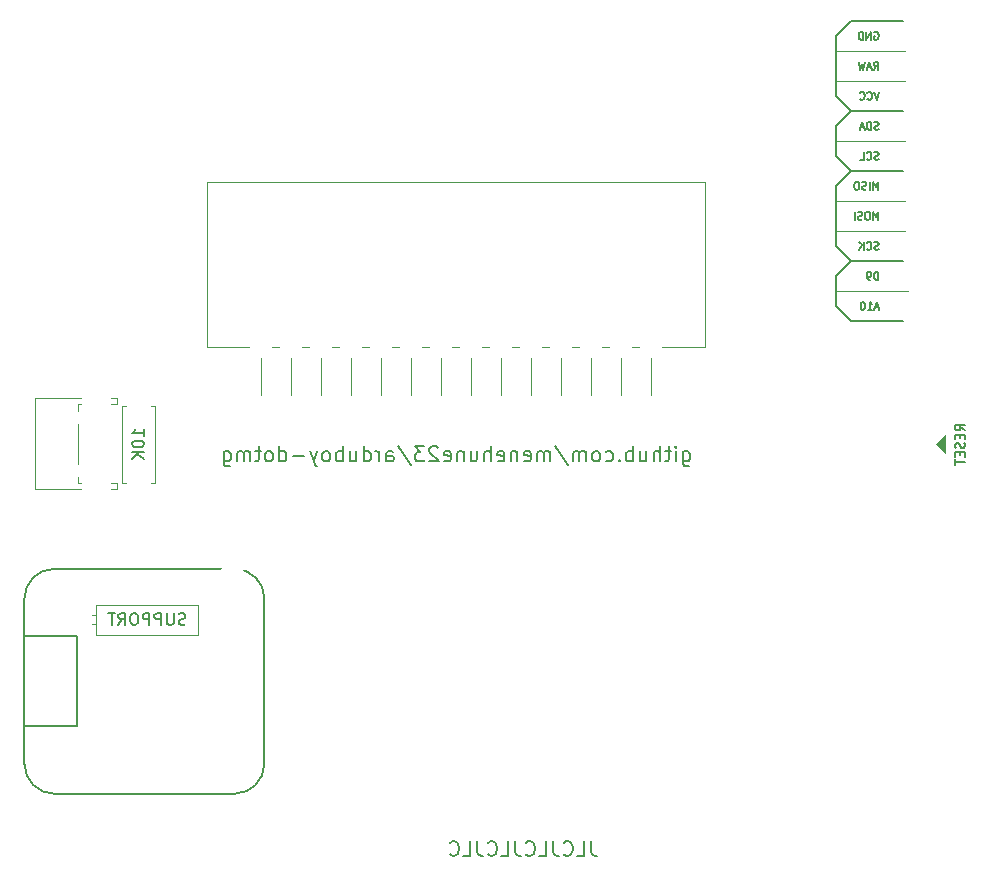
<source format=gbr>
G04 #@! TF.GenerationSoftware,KiCad,Pcbnew,(6.0.4)*
G04 #@! TF.CreationDate,2022-05-01T01:23:01+08:00*
G04 #@! TF.ProjectId,system,73797374-656d-42e6-9b69-6361645f7063,1.0-dev7*
G04 #@! TF.SameCoordinates,Original*
G04 #@! TF.FileFunction,Legend,Bot*
G04 #@! TF.FilePolarity,Positive*
%FSLAX46Y46*%
G04 Gerber Fmt 4.6, Leading zero omitted, Abs format (unit mm)*
G04 Created by KiCad (PCBNEW (6.0.4)) date 2022-05-01 01:23:01*
%MOMM*%
%LPD*%
G01*
G04 APERTURE LIST*
G04 Aperture macros list*
%AMRoundRect*
0 Rectangle with rounded corners*
0 $1 Rounding radius*
0 $2 $3 $4 $5 $6 $7 $8 $9 X,Y pos of 4 corners*
0 Add a 4 corners polygon primitive as box body*
4,1,4,$2,$3,$4,$5,$6,$7,$8,$9,$2,$3,0*
0 Add four circle primitives for the rounded corners*
1,1,$1+$1,$2,$3*
1,1,$1+$1,$4,$5*
1,1,$1+$1,$6,$7*
1,1,$1+$1,$8,$9*
0 Add four rect primitives between the rounded corners*
20,1,$1+$1,$2,$3,$4,$5,0*
20,1,$1+$1,$4,$5,$6,$7,0*
20,1,$1+$1,$6,$7,$8,$9,0*
20,1,$1+$1,$8,$9,$2,$3,0*%
%AMHorizOval*
0 Thick line with rounded ends*
0 $1 width*
0 $2 $3 position (X,Y) of the first rounded end (center of the circle)*
0 $4 $5 position (X,Y) of the second rounded end (center of the circle)*
0 Add line between two ends*
20,1,$1,$2,$3,$4,$5,0*
0 Add two circle primitives to create the rounded ends*
1,1,$1,$2,$3*
1,1,$1,$4,$5*%
G04 Aperture macros list end*
%ADD10C,0.100000*%
%ADD11C,0.200000*%
%ADD12C,0.196850*%
%ADD13C,0.150000*%
%ADD14C,0.127000*%
%ADD15C,0.120000*%
%ADD16C,1.851600*%
%ADD17C,5.501599*%
%ADD18C,5.501600*%
%ADD19RoundRect,0.050800X0.467788X1.483635X-1.483635X0.467788X-0.467788X-1.483635X1.483635X-0.467788X0*%
%ADD20HorizOval,2.301600X0.000000X0.000000X0.000000X0.000000X0*%
%ADD21C,1.625600*%
%ADD22C,1.801600*%
%ADD23C,2.101600*%
%ADD24C,1.401600*%
%ADD25C,1.701600*%
%ADD26O,1.701600X1.701600*%
%ADD27C,2.201600*%
%ADD28O,1.801600X1.801600*%
G04 APERTURE END LIST*
D10*
G36*
X181038500Y-118872000D02*
G01*
X180276500Y-118110000D01*
X181038500Y-117348000D01*
X181038500Y-118872000D01*
G37*
X181038500Y-118872000D02*
X180276500Y-118110000D01*
X181038500Y-117348000D01*
X181038500Y-118872000D01*
D11*
X151107238Y-151715476D02*
X151107238Y-152608333D01*
X151166761Y-152786904D01*
X151285809Y-152905952D01*
X151464380Y-152965476D01*
X151583428Y-152965476D01*
X149916761Y-152965476D02*
X150512000Y-152965476D01*
X150512000Y-151715476D01*
X148785809Y-152846428D02*
X148845333Y-152905952D01*
X149023904Y-152965476D01*
X149142952Y-152965476D01*
X149321523Y-152905952D01*
X149440571Y-152786904D01*
X149500095Y-152667857D01*
X149559619Y-152429761D01*
X149559619Y-152251190D01*
X149500095Y-152013095D01*
X149440571Y-151894047D01*
X149321523Y-151775000D01*
X149142952Y-151715476D01*
X149023904Y-151715476D01*
X148845333Y-151775000D01*
X148785809Y-151834523D01*
X147892952Y-151715476D02*
X147892952Y-152608333D01*
X147952476Y-152786904D01*
X148071523Y-152905952D01*
X148250095Y-152965476D01*
X148369142Y-152965476D01*
X146702476Y-152965476D02*
X147297714Y-152965476D01*
X147297714Y-151715476D01*
X145571523Y-152846428D02*
X145631047Y-152905952D01*
X145809619Y-152965476D01*
X145928666Y-152965476D01*
X146107238Y-152905952D01*
X146226285Y-152786904D01*
X146285809Y-152667857D01*
X146345333Y-152429761D01*
X146345333Y-152251190D01*
X146285809Y-152013095D01*
X146226285Y-151894047D01*
X146107238Y-151775000D01*
X145928666Y-151715476D01*
X145809619Y-151715476D01*
X145631047Y-151775000D01*
X145571523Y-151834523D01*
X144678666Y-151715476D02*
X144678666Y-152608333D01*
X144738190Y-152786904D01*
X144857238Y-152905952D01*
X145035809Y-152965476D01*
X145154857Y-152965476D01*
X143488190Y-152965476D02*
X144083428Y-152965476D01*
X144083428Y-151715476D01*
X142357238Y-152846428D02*
X142416761Y-152905952D01*
X142595333Y-152965476D01*
X142714380Y-152965476D01*
X142892952Y-152905952D01*
X143012000Y-152786904D01*
X143071523Y-152667857D01*
X143131047Y-152429761D01*
X143131047Y-152251190D01*
X143071523Y-152013095D01*
X143012000Y-151894047D01*
X142892952Y-151775000D01*
X142714380Y-151715476D01*
X142595333Y-151715476D01*
X142416761Y-151775000D01*
X142357238Y-151834523D01*
X141464380Y-151715476D02*
X141464380Y-152608333D01*
X141523904Y-152786904D01*
X141642952Y-152905952D01*
X141821523Y-152965476D01*
X141940571Y-152965476D01*
X140273904Y-152965476D02*
X140869142Y-152965476D01*
X140869142Y-151715476D01*
X139142952Y-152846428D02*
X139202476Y-152905952D01*
X139381047Y-152965476D01*
X139500095Y-152965476D01*
X139678666Y-152905952D01*
X139797714Y-152786904D01*
X139857238Y-152667857D01*
X139916761Y-152429761D01*
X139916761Y-152251190D01*
X139857238Y-152013095D01*
X139797714Y-151894047D01*
X139678666Y-151775000D01*
X139500095Y-151715476D01*
X139381047Y-151715476D01*
X139202476Y-151775000D01*
X139142952Y-151834523D01*
D12*
X158870952Y-118726857D02*
X158870952Y-119754952D01*
X158931428Y-119875904D01*
X158991904Y-119936380D01*
X159112857Y-119996857D01*
X159294285Y-119996857D01*
X159415238Y-119936380D01*
X158870952Y-119513047D02*
X158991904Y-119573523D01*
X159233809Y-119573523D01*
X159354761Y-119513047D01*
X159415238Y-119452571D01*
X159475714Y-119331619D01*
X159475714Y-118968761D01*
X159415238Y-118847809D01*
X159354761Y-118787333D01*
X159233809Y-118726857D01*
X158991904Y-118726857D01*
X158870952Y-118787333D01*
X158266190Y-119573523D02*
X158266190Y-118726857D01*
X158266190Y-118303523D02*
X158326666Y-118364000D01*
X158266190Y-118424476D01*
X158205714Y-118364000D01*
X158266190Y-118303523D01*
X158266190Y-118424476D01*
X157842857Y-118726857D02*
X157359047Y-118726857D01*
X157661428Y-118303523D02*
X157661428Y-119392095D01*
X157600952Y-119513047D01*
X157480000Y-119573523D01*
X157359047Y-119573523D01*
X156935714Y-119573523D02*
X156935714Y-118303523D01*
X156391428Y-119573523D02*
X156391428Y-118908285D01*
X156451904Y-118787333D01*
X156572857Y-118726857D01*
X156754285Y-118726857D01*
X156875238Y-118787333D01*
X156935714Y-118847809D01*
X155242380Y-118726857D02*
X155242380Y-119573523D01*
X155786666Y-118726857D02*
X155786666Y-119392095D01*
X155726190Y-119513047D01*
X155605238Y-119573523D01*
X155423809Y-119573523D01*
X155302857Y-119513047D01*
X155242380Y-119452571D01*
X154637619Y-119573523D02*
X154637619Y-118303523D01*
X154637619Y-118787333D02*
X154516666Y-118726857D01*
X154274761Y-118726857D01*
X154153809Y-118787333D01*
X154093333Y-118847809D01*
X154032857Y-118968761D01*
X154032857Y-119331619D01*
X154093333Y-119452571D01*
X154153809Y-119513047D01*
X154274761Y-119573523D01*
X154516666Y-119573523D01*
X154637619Y-119513047D01*
X153488571Y-119452571D02*
X153428095Y-119513047D01*
X153488571Y-119573523D01*
X153549047Y-119513047D01*
X153488571Y-119452571D01*
X153488571Y-119573523D01*
X152339523Y-119513047D02*
X152460476Y-119573523D01*
X152702380Y-119573523D01*
X152823333Y-119513047D01*
X152883809Y-119452571D01*
X152944285Y-119331619D01*
X152944285Y-118968761D01*
X152883809Y-118847809D01*
X152823333Y-118787333D01*
X152702380Y-118726857D01*
X152460476Y-118726857D01*
X152339523Y-118787333D01*
X151613809Y-119573523D02*
X151734761Y-119513047D01*
X151795238Y-119452571D01*
X151855714Y-119331619D01*
X151855714Y-118968761D01*
X151795238Y-118847809D01*
X151734761Y-118787333D01*
X151613809Y-118726857D01*
X151432380Y-118726857D01*
X151311428Y-118787333D01*
X151250952Y-118847809D01*
X151190476Y-118968761D01*
X151190476Y-119331619D01*
X151250952Y-119452571D01*
X151311428Y-119513047D01*
X151432380Y-119573523D01*
X151613809Y-119573523D01*
X150646190Y-119573523D02*
X150646190Y-118726857D01*
X150646190Y-118847809D02*
X150585714Y-118787333D01*
X150464761Y-118726857D01*
X150283333Y-118726857D01*
X150162380Y-118787333D01*
X150101904Y-118908285D01*
X150101904Y-119573523D01*
X150101904Y-118908285D02*
X150041428Y-118787333D01*
X149920476Y-118726857D01*
X149739047Y-118726857D01*
X149618095Y-118787333D01*
X149557619Y-118908285D01*
X149557619Y-119573523D01*
X148045714Y-118243047D02*
X149134285Y-119875904D01*
X147622380Y-119573523D02*
X147622380Y-118726857D01*
X147622380Y-118847809D02*
X147561904Y-118787333D01*
X147440952Y-118726857D01*
X147259523Y-118726857D01*
X147138571Y-118787333D01*
X147078095Y-118908285D01*
X147078095Y-119573523D01*
X147078095Y-118908285D02*
X147017619Y-118787333D01*
X146896666Y-118726857D01*
X146715238Y-118726857D01*
X146594285Y-118787333D01*
X146533809Y-118908285D01*
X146533809Y-119573523D01*
X145445238Y-119513047D02*
X145566190Y-119573523D01*
X145808095Y-119573523D01*
X145929047Y-119513047D01*
X145989523Y-119392095D01*
X145989523Y-118908285D01*
X145929047Y-118787333D01*
X145808095Y-118726857D01*
X145566190Y-118726857D01*
X145445238Y-118787333D01*
X145384761Y-118908285D01*
X145384761Y-119029238D01*
X145989523Y-119150190D01*
X144840476Y-118726857D02*
X144840476Y-119573523D01*
X144840476Y-118847809D02*
X144780000Y-118787333D01*
X144659047Y-118726857D01*
X144477619Y-118726857D01*
X144356666Y-118787333D01*
X144296190Y-118908285D01*
X144296190Y-119573523D01*
X143207619Y-119513047D02*
X143328571Y-119573523D01*
X143570476Y-119573523D01*
X143691428Y-119513047D01*
X143751904Y-119392095D01*
X143751904Y-118908285D01*
X143691428Y-118787333D01*
X143570476Y-118726857D01*
X143328571Y-118726857D01*
X143207619Y-118787333D01*
X143147142Y-118908285D01*
X143147142Y-119029238D01*
X143751904Y-119150190D01*
X142602857Y-119573523D02*
X142602857Y-118303523D01*
X142058571Y-119573523D02*
X142058571Y-118908285D01*
X142119047Y-118787333D01*
X142240000Y-118726857D01*
X142421428Y-118726857D01*
X142542380Y-118787333D01*
X142602857Y-118847809D01*
X140909523Y-118726857D02*
X140909523Y-119573523D01*
X141453809Y-118726857D02*
X141453809Y-119392095D01*
X141393333Y-119513047D01*
X141272380Y-119573523D01*
X141090952Y-119573523D01*
X140970000Y-119513047D01*
X140909523Y-119452571D01*
X140304761Y-118726857D02*
X140304761Y-119573523D01*
X140304761Y-118847809D02*
X140244285Y-118787333D01*
X140123333Y-118726857D01*
X139941904Y-118726857D01*
X139820952Y-118787333D01*
X139760476Y-118908285D01*
X139760476Y-119573523D01*
X138671904Y-119513047D02*
X138792857Y-119573523D01*
X139034761Y-119573523D01*
X139155714Y-119513047D01*
X139216190Y-119392095D01*
X139216190Y-118908285D01*
X139155714Y-118787333D01*
X139034761Y-118726857D01*
X138792857Y-118726857D01*
X138671904Y-118787333D01*
X138611428Y-118908285D01*
X138611428Y-119029238D01*
X139216190Y-119150190D01*
X138127619Y-118424476D02*
X138067142Y-118364000D01*
X137946190Y-118303523D01*
X137643809Y-118303523D01*
X137522857Y-118364000D01*
X137462380Y-118424476D01*
X137401904Y-118545428D01*
X137401904Y-118666380D01*
X137462380Y-118847809D01*
X138188095Y-119573523D01*
X137401904Y-119573523D01*
X136978571Y-118303523D02*
X136192380Y-118303523D01*
X136615714Y-118787333D01*
X136434285Y-118787333D01*
X136313333Y-118847809D01*
X136252857Y-118908285D01*
X136192380Y-119029238D01*
X136192380Y-119331619D01*
X136252857Y-119452571D01*
X136313333Y-119513047D01*
X136434285Y-119573523D01*
X136797142Y-119573523D01*
X136918095Y-119513047D01*
X136978571Y-119452571D01*
X134740952Y-118243047D02*
X135829523Y-119875904D01*
X133773333Y-119573523D02*
X133773333Y-118908285D01*
X133833809Y-118787333D01*
X133954761Y-118726857D01*
X134196666Y-118726857D01*
X134317619Y-118787333D01*
X133773333Y-119513047D02*
X133894285Y-119573523D01*
X134196666Y-119573523D01*
X134317619Y-119513047D01*
X134378095Y-119392095D01*
X134378095Y-119271142D01*
X134317619Y-119150190D01*
X134196666Y-119089714D01*
X133894285Y-119089714D01*
X133773333Y-119029238D01*
X133168571Y-119573523D02*
X133168571Y-118726857D01*
X133168571Y-118968761D02*
X133108095Y-118847809D01*
X133047619Y-118787333D01*
X132926666Y-118726857D01*
X132805714Y-118726857D01*
X131838095Y-119573523D02*
X131838095Y-118303523D01*
X131838095Y-119513047D02*
X131959047Y-119573523D01*
X132200952Y-119573523D01*
X132321904Y-119513047D01*
X132382380Y-119452571D01*
X132442857Y-119331619D01*
X132442857Y-118968761D01*
X132382380Y-118847809D01*
X132321904Y-118787333D01*
X132200952Y-118726857D01*
X131959047Y-118726857D01*
X131838095Y-118787333D01*
X130689047Y-118726857D02*
X130689047Y-119573523D01*
X131233333Y-118726857D02*
X131233333Y-119392095D01*
X131172857Y-119513047D01*
X131051904Y-119573523D01*
X130870476Y-119573523D01*
X130749523Y-119513047D01*
X130689047Y-119452571D01*
X130084285Y-119573523D02*
X130084285Y-118303523D01*
X130084285Y-118787333D02*
X129963333Y-118726857D01*
X129721428Y-118726857D01*
X129600476Y-118787333D01*
X129540000Y-118847809D01*
X129479523Y-118968761D01*
X129479523Y-119331619D01*
X129540000Y-119452571D01*
X129600476Y-119513047D01*
X129721428Y-119573523D01*
X129963333Y-119573523D01*
X130084285Y-119513047D01*
X128753809Y-119573523D02*
X128874761Y-119513047D01*
X128935238Y-119452571D01*
X128995714Y-119331619D01*
X128995714Y-118968761D01*
X128935238Y-118847809D01*
X128874761Y-118787333D01*
X128753809Y-118726857D01*
X128572380Y-118726857D01*
X128451428Y-118787333D01*
X128390952Y-118847809D01*
X128330476Y-118968761D01*
X128330476Y-119331619D01*
X128390952Y-119452571D01*
X128451428Y-119513047D01*
X128572380Y-119573523D01*
X128753809Y-119573523D01*
X127907142Y-118726857D02*
X127604761Y-119573523D01*
X127302380Y-118726857D02*
X127604761Y-119573523D01*
X127725714Y-119875904D01*
X127786190Y-119936380D01*
X127907142Y-119996857D01*
X126818571Y-119089714D02*
X125850952Y-119089714D01*
X124701904Y-119573523D02*
X124701904Y-118303523D01*
X124701904Y-119513047D02*
X124822857Y-119573523D01*
X125064761Y-119573523D01*
X125185714Y-119513047D01*
X125246190Y-119452571D01*
X125306666Y-119331619D01*
X125306666Y-118968761D01*
X125246190Y-118847809D01*
X125185714Y-118787333D01*
X125064761Y-118726857D01*
X124822857Y-118726857D01*
X124701904Y-118787333D01*
X123915714Y-119573523D02*
X124036666Y-119513047D01*
X124097142Y-119452571D01*
X124157619Y-119331619D01*
X124157619Y-118968761D01*
X124097142Y-118847809D01*
X124036666Y-118787333D01*
X123915714Y-118726857D01*
X123734285Y-118726857D01*
X123613333Y-118787333D01*
X123552857Y-118847809D01*
X123492380Y-118968761D01*
X123492380Y-119331619D01*
X123552857Y-119452571D01*
X123613333Y-119513047D01*
X123734285Y-119573523D01*
X123915714Y-119573523D01*
X123129523Y-118726857D02*
X122645714Y-118726857D01*
X122948095Y-118303523D02*
X122948095Y-119392095D01*
X122887619Y-119513047D01*
X122766666Y-119573523D01*
X122645714Y-119573523D01*
X122222380Y-119573523D02*
X122222380Y-118726857D01*
X122222380Y-118847809D02*
X122161904Y-118787333D01*
X122040952Y-118726857D01*
X121859523Y-118726857D01*
X121738571Y-118787333D01*
X121678095Y-118908285D01*
X121678095Y-119573523D01*
X121678095Y-118908285D02*
X121617619Y-118787333D01*
X121496666Y-118726857D01*
X121315238Y-118726857D01*
X121194285Y-118787333D01*
X121133809Y-118908285D01*
X121133809Y-119573523D01*
X119984761Y-118726857D02*
X119984761Y-119754952D01*
X120045238Y-119875904D01*
X120105714Y-119936380D01*
X120226666Y-119996857D01*
X120408095Y-119996857D01*
X120529047Y-119936380D01*
X119984761Y-119513047D02*
X120105714Y-119573523D01*
X120347619Y-119573523D01*
X120468571Y-119513047D01*
X120529047Y-119452571D01*
X120589523Y-119331619D01*
X120589523Y-118968761D01*
X120529047Y-118847809D01*
X120468571Y-118787333D01*
X120347619Y-118726857D01*
X120105714Y-118726857D01*
X119984761Y-118787333D01*
D13*
X182733904Y-116948095D02*
X182352952Y-116681428D01*
X182733904Y-116490952D02*
X181933904Y-116490952D01*
X181933904Y-116795714D01*
X181972000Y-116871904D01*
X182010095Y-116910000D01*
X182086285Y-116948095D01*
X182200571Y-116948095D01*
X182276761Y-116910000D01*
X182314857Y-116871904D01*
X182352952Y-116795714D01*
X182352952Y-116490952D01*
X182314857Y-117290952D02*
X182314857Y-117557619D01*
X182733904Y-117671904D02*
X182733904Y-117290952D01*
X181933904Y-117290952D01*
X181933904Y-117671904D01*
X182695809Y-117976666D02*
X182733904Y-118090952D01*
X182733904Y-118281428D01*
X182695809Y-118357619D01*
X182657714Y-118395714D01*
X182581523Y-118433809D01*
X182505333Y-118433809D01*
X182429142Y-118395714D01*
X182391047Y-118357619D01*
X182352952Y-118281428D01*
X182314857Y-118129047D01*
X182276761Y-118052857D01*
X182238666Y-118014761D01*
X182162476Y-117976666D01*
X182086285Y-117976666D01*
X182010095Y-118014761D01*
X181972000Y-118052857D01*
X181933904Y-118129047D01*
X181933904Y-118319523D01*
X181972000Y-118433809D01*
X182314857Y-118776666D02*
X182314857Y-119043333D01*
X182733904Y-119157619D02*
X182733904Y-118776666D01*
X181933904Y-118776666D01*
X181933904Y-119157619D01*
X181933904Y-119386190D02*
X181933904Y-119843333D01*
X182733904Y-119614761D02*
X181933904Y-119614761D01*
X113228380Y-117419523D02*
X113228380Y-116848095D01*
X113228380Y-117133809D02*
X112228380Y-117133809D01*
X112371238Y-117038571D01*
X112466476Y-116943333D01*
X112514095Y-116848095D01*
X112228380Y-118038571D02*
X112228380Y-118133809D01*
X112276000Y-118229047D01*
X112323619Y-118276666D01*
X112418857Y-118324285D01*
X112609333Y-118371904D01*
X112847428Y-118371904D01*
X113037904Y-118324285D01*
X113133142Y-118276666D01*
X113180761Y-118229047D01*
X113228380Y-118133809D01*
X113228380Y-118038571D01*
X113180761Y-117943333D01*
X113133142Y-117895714D01*
X113037904Y-117848095D01*
X112847428Y-117800476D01*
X112609333Y-117800476D01*
X112418857Y-117848095D01*
X112323619Y-117895714D01*
X112276000Y-117943333D01*
X112228380Y-118038571D01*
X113228380Y-118800476D02*
X112228380Y-118800476D01*
X113228380Y-119371904D02*
X112656952Y-118943333D01*
X112228380Y-119371904D02*
X112799809Y-118800476D01*
D14*
X175497973Y-88298261D02*
X175286307Y-88933261D01*
X175074640Y-88298261D01*
X174500116Y-88872785D02*
X174530354Y-88903023D01*
X174621069Y-88933261D01*
X174681545Y-88933261D01*
X174772259Y-88903023D01*
X174832735Y-88842547D01*
X174862973Y-88782071D01*
X174893211Y-88661119D01*
X174893211Y-88570404D01*
X174862973Y-88449452D01*
X174832735Y-88388976D01*
X174772259Y-88328500D01*
X174681545Y-88298261D01*
X174621069Y-88298261D01*
X174530354Y-88328500D01*
X174500116Y-88358738D01*
X173865116Y-88872785D02*
X173895354Y-88903023D01*
X173986069Y-88933261D01*
X174046545Y-88933261D01*
X174137259Y-88903023D01*
X174197735Y-88842547D01*
X174227973Y-88782071D01*
X174258211Y-88661119D01*
X174258211Y-88570404D01*
X174227973Y-88449452D01*
X174197735Y-88388976D01*
X174137259Y-88328500D01*
X174046545Y-88298261D01*
X173986069Y-88298261D01*
X173895354Y-88328500D01*
X173865116Y-88358738D01*
X175437497Y-91443023D02*
X175346783Y-91473261D01*
X175195592Y-91473261D01*
X175135116Y-91443023D01*
X175104878Y-91412785D01*
X175074640Y-91352309D01*
X175074640Y-91291833D01*
X175104878Y-91231357D01*
X175135116Y-91201119D01*
X175195592Y-91170880D01*
X175316545Y-91140642D01*
X175377021Y-91110404D01*
X175407259Y-91080166D01*
X175437497Y-91019690D01*
X175437497Y-90959214D01*
X175407259Y-90898738D01*
X175377021Y-90868500D01*
X175316545Y-90838261D01*
X175165354Y-90838261D01*
X175074640Y-90868500D01*
X174802497Y-91473261D02*
X174802497Y-90838261D01*
X174651307Y-90838261D01*
X174560592Y-90868500D01*
X174500116Y-90928976D01*
X174469878Y-90989452D01*
X174439640Y-91110404D01*
X174439640Y-91201119D01*
X174469878Y-91322071D01*
X174500116Y-91382547D01*
X174560592Y-91443023D01*
X174651307Y-91473261D01*
X174802497Y-91473261D01*
X174197735Y-91291833D02*
X173895354Y-91291833D01*
X174258211Y-91473261D02*
X174046545Y-90838261D01*
X173834878Y-91473261D01*
X175407259Y-99093261D02*
X175407259Y-98458261D01*
X175195592Y-98911833D01*
X174983926Y-98458261D01*
X174983926Y-99093261D01*
X174560592Y-98458261D02*
X174439640Y-98458261D01*
X174379164Y-98488500D01*
X174318688Y-98548976D01*
X174288450Y-98669928D01*
X174288450Y-98881595D01*
X174318688Y-99002547D01*
X174379164Y-99063023D01*
X174439640Y-99093261D01*
X174560592Y-99093261D01*
X174621069Y-99063023D01*
X174681545Y-99002547D01*
X174711783Y-98881595D01*
X174711783Y-98669928D01*
X174681545Y-98548976D01*
X174621069Y-98488500D01*
X174560592Y-98458261D01*
X174046545Y-99063023D02*
X173955830Y-99093261D01*
X173804640Y-99093261D01*
X173744164Y-99063023D01*
X173713926Y-99032785D01*
X173683688Y-98972309D01*
X173683688Y-98911833D01*
X173713926Y-98851357D01*
X173744164Y-98821119D01*
X173804640Y-98790880D01*
X173925592Y-98760642D01*
X173986069Y-98730404D01*
X174016307Y-98700166D01*
X174046545Y-98639690D01*
X174046545Y-98579214D01*
X174016307Y-98518738D01*
X173986069Y-98488500D01*
X173925592Y-98458261D01*
X173774402Y-98458261D01*
X173683688Y-98488500D01*
X173411545Y-99093261D02*
X173411545Y-98458261D01*
X175074640Y-83248500D02*
X175135116Y-83218261D01*
X175225830Y-83218261D01*
X175316545Y-83248500D01*
X175377021Y-83308976D01*
X175407259Y-83369452D01*
X175437497Y-83490404D01*
X175437497Y-83581119D01*
X175407259Y-83702071D01*
X175377021Y-83762547D01*
X175316545Y-83823023D01*
X175225830Y-83853261D01*
X175165354Y-83853261D01*
X175074640Y-83823023D01*
X175044402Y-83792785D01*
X175044402Y-83581119D01*
X175165354Y-83581119D01*
X174772259Y-83853261D02*
X174772259Y-83218261D01*
X174409402Y-83853261D01*
X174409402Y-83218261D01*
X174107021Y-83853261D02*
X174107021Y-83218261D01*
X173955830Y-83218261D01*
X173865116Y-83248500D01*
X173804640Y-83308976D01*
X173774402Y-83369452D01*
X173744164Y-83490404D01*
X173744164Y-83581119D01*
X173774402Y-83702071D01*
X173804640Y-83762547D01*
X173865116Y-83823023D01*
X173955830Y-83853261D01*
X174107021Y-83853261D01*
X175407259Y-96553261D02*
X175407259Y-95918261D01*
X175195592Y-96371833D01*
X174983926Y-95918261D01*
X174983926Y-96553261D01*
X174681545Y-96553261D02*
X174681545Y-95918261D01*
X174409402Y-96523023D02*
X174318688Y-96553261D01*
X174167497Y-96553261D01*
X174107021Y-96523023D01*
X174076783Y-96492785D01*
X174046545Y-96432309D01*
X174046545Y-96371833D01*
X174076783Y-96311357D01*
X174107021Y-96281119D01*
X174167497Y-96250880D01*
X174288450Y-96220642D01*
X174348926Y-96190404D01*
X174379164Y-96160166D01*
X174409402Y-96099690D01*
X174409402Y-96039214D01*
X174379164Y-95978738D01*
X174348926Y-95948500D01*
X174288450Y-95918261D01*
X174137259Y-95918261D01*
X174046545Y-95948500D01*
X173653450Y-95918261D02*
X173532497Y-95918261D01*
X173472021Y-95948500D01*
X173411545Y-96008976D01*
X173381307Y-96129928D01*
X173381307Y-96341595D01*
X173411545Y-96462547D01*
X173472021Y-96523023D01*
X173532497Y-96553261D01*
X173653450Y-96553261D01*
X173713926Y-96523023D01*
X173774402Y-96462547D01*
X173804640Y-96341595D01*
X173804640Y-96129928D01*
X173774402Y-96008976D01*
X173713926Y-95948500D01*
X173653450Y-95918261D01*
X175437497Y-101603023D02*
X175346783Y-101633261D01*
X175195592Y-101633261D01*
X175135116Y-101603023D01*
X175104878Y-101572785D01*
X175074640Y-101512309D01*
X175074640Y-101451833D01*
X175104878Y-101391357D01*
X175135116Y-101361119D01*
X175195592Y-101330880D01*
X175316545Y-101300642D01*
X175377021Y-101270404D01*
X175407259Y-101240166D01*
X175437497Y-101179690D01*
X175437497Y-101119214D01*
X175407259Y-101058738D01*
X175377021Y-101028500D01*
X175316545Y-100998261D01*
X175165354Y-100998261D01*
X175074640Y-101028500D01*
X174439640Y-101572785D02*
X174469878Y-101603023D01*
X174560592Y-101633261D01*
X174621069Y-101633261D01*
X174711783Y-101603023D01*
X174772259Y-101542547D01*
X174802497Y-101482071D01*
X174832735Y-101361119D01*
X174832735Y-101270404D01*
X174802497Y-101149452D01*
X174772259Y-101088976D01*
X174711783Y-101028500D01*
X174621069Y-100998261D01*
X174560592Y-100998261D01*
X174469878Y-101028500D01*
X174439640Y-101058738D01*
X174167497Y-101633261D02*
X174167497Y-100998261D01*
X173804640Y-101633261D02*
X174076783Y-101270404D01*
X173804640Y-100998261D02*
X174167497Y-101361119D01*
X175407259Y-104173261D02*
X175407259Y-103538261D01*
X175256069Y-103538261D01*
X175165354Y-103568500D01*
X175104878Y-103628976D01*
X175074640Y-103689452D01*
X175044402Y-103810404D01*
X175044402Y-103901119D01*
X175074640Y-104022071D01*
X175104878Y-104082547D01*
X175165354Y-104143023D01*
X175256069Y-104173261D01*
X175407259Y-104173261D01*
X174742021Y-104173261D02*
X174621069Y-104173261D01*
X174560592Y-104143023D01*
X174530354Y-104112785D01*
X174469878Y-104022071D01*
X174439640Y-103901119D01*
X174439640Y-103659214D01*
X174469878Y-103598738D01*
X174500116Y-103568500D01*
X174560592Y-103538261D01*
X174681545Y-103538261D01*
X174742021Y-103568500D01*
X174772259Y-103598738D01*
X174802497Y-103659214D01*
X174802497Y-103810404D01*
X174772259Y-103870880D01*
X174742021Y-103901119D01*
X174681545Y-103931357D01*
X174560592Y-103931357D01*
X174500116Y-103901119D01*
X174469878Y-103870880D01*
X174439640Y-103810404D01*
X175437497Y-106531833D02*
X175135116Y-106531833D01*
X175497973Y-106713261D02*
X175286307Y-106078261D01*
X175074640Y-106713261D01*
X174530354Y-106713261D02*
X174893211Y-106713261D01*
X174711783Y-106713261D02*
X174711783Y-106078261D01*
X174772259Y-106168976D01*
X174832735Y-106229452D01*
X174893211Y-106259690D01*
X174137259Y-106078261D02*
X174076783Y-106078261D01*
X174016307Y-106108500D01*
X173986069Y-106138738D01*
X173955830Y-106199214D01*
X173925592Y-106320166D01*
X173925592Y-106471357D01*
X173955830Y-106592309D01*
X173986069Y-106652785D01*
X174016307Y-106683023D01*
X174076783Y-106713261D01*
X174137259Y-106713261D01*
X174197735Y-106683023D01*
X174227973Y-106652785D01*
X174258211Y-106592309D01*
X174288450Y-106471357D01*
X174288450Y-106320166D01*
X174258211Y-106199214D01*
X174227973Y-106138738D01*
X174197735Y-106108500D01*
X174137259Y-106078261D01*
X175437497Y-93983023D02*
X175346783Y-94013261D01*
X175195592Y-94013261D01*
X175135116Y-93983023D01*
X175104878Y-93952785D01*
X175074640Y-93892309D01*
X175074640Y-93831833D01*
X175104878Y-93771357D01*
X175135116Y-93741119D01*
X175195592Y-93710880D01*
X175316545Y-93680642D01*
X175377021Y-93650404D01*
X175407259Y-93620166D01*
X175437497Y-93559690D01*
X175437497Y-93499214D01*
X175407259Y-93438738D01*
X175377021Y-93408500D01*
X175316545Y-93378261D01*
X175165354Y-93378261D01*
X175074640Y-93408500D01*
X174439640Y-93952785D02*
X174469878Y-93983023D01*
X174560592Y-94013261D01*
X174621069Y-94013261D01*
X174711783Y-93983023D01*
X174772259Y-93922547D01*
X174802497Y-93862071D01*
X174832735Y-93741119D01*
X174832735Y-93650404D01*
X174802497Y-93529452D01*
X174772259Y-93468976D01*
X174711783Y-93408500D01*
X174621069Y-93378261D01*
X174560592Y-93378261D01*
X174469878Y-93408500D01*
X174439640Y-93438738D01*
X173865116Y-94013261D02*
X174167497Y-94013261D01*
X174167497Y-93378261D01*
X175044402Y-86393261D02*
X175256069Y-86090880D01*
X175407259Y-86393261D02*
X175407259Y-85758261D01*
X175165354Y-85758261D01*
X175104878Y-85788500D01*
X175074640Y-85818738D01*
X175044402Y-85879214D01*
X175044402Y-85969928D01*
X175074640Y-86030404D01*
X175104878Y-86060642D01*
X175165354Y-86090880D01*
X175407259Y-86090880D01*
X174802497Y-86211833D02*
X174500116Y-86211833D01*
X174862973Y-86393261D02*
X174651307Y-85758261D01*
X174439640Y-86393261D01*
X174288450Y-85758261D02*
X174137259Y-86393261D01*
X174016307Y-85939690D01*
X173895354Y-86393261D01*
X173744164Y-85758261D01*
D13*
X116752285Y-133373761D02*
X116609428Y-133421380D01*
X116371333Y-133421380D01*
X116276095Y-133373761D01*
X116228476Y-133326142D01*
X116180857Y-133230904D01*
X116180857Y-133135666D01*
X116228476Y-133040428D01*
X116276095Y-132992809D01*
X116371333Y-132945190D01*
X116561809Y-132897571D01*
X116657047Y-132849952D01*
X116704666Y-132802333D01*
X116752285Y-132707095D01*
X116752285Y-132611857D01*
X116704666Y-132516619D01*
X116657047Y-132469000D01*
X116561809Y-132421380D01*
X116323714Y-132421380D01*
X116180857Y-132469000D01*
X115752285Y-132421380D02*
X115752285Y-133230904D01*
X115704666Y-133326142D01*
X115657047Y-133373761D01*
X115561809Y-133421380D01*
X115371333Y-133421380D01*
X115276095Y-133373761D01*
X115228476Y-133326142D01*
X115180857Y-133230904D01*
X115180857Y-132421380D01*
X114704666Y-133421380D02*
X114704666Y-132421380D01*
X114323714Y-132421380D01*
X114228476Y-132469000D01*
X114180857Y-132516619D01*
X114133238Y-132611857D01*
X114133238Y-132754714D01*
X114180857Y-132849952D01*
X114228476Y-132897571D01*
X114323714Y-132945190D01*
X114704666Y-132945190D01*
X113704666Y-133421380D02*
X113704666Y-132421380D01*
X113323714Y-132421380D01*
X113228476Y-132469000D01*
X113180857Y-132516619D01*
X113133238Y-132611857D01*
X113133238Y-132754714D01*
X113180857Y-132849952D01*
X113228476Y-132897571D01*
X113323714Y-132945190D01*
X113704666Y-132945190D01*
X112514190Y-132421380D02*
X112323714Y-132421380D01*
X112228476Y-132469000D01*
X112133238Y-132564238D01*
X112085619Y-132754714D01*
X112085619Y-133088047D01*
X112133238Y-133278523D01*
X112228476Y-133373761D01*
X112323714Y-133421380D01*
X112514190Y-133421380D01*
X112609428Y-133373761D01*
X112704666Y-133278523D01*
X112752285Y-133088047D01*
X112752285Y-132754714D01*
X112704666Y-132564238D01*
X112609428Y-132469000D01*
X112514190Y-132421380D01*
X111085619Y-133421380D02*
X111418952Y-132945190D01*
X111657047Y-133421380D02*
X111657047Y-132421380D01*
X111276095Y-132421380D01*
X111180857Y-132469000D01*
X111133238Y-132516619D01*
X111085619Y-132611857D01*
X111085619Y-132754714D01*
X111133238Y-132849952D01*
X111180857Y-132897571D01*
X111276095Y-132945190D01*
X111657047Y-132945190D01*
X110799904Y-132421380D02*
X110228476Y-132421380D01*
X110514190Y-133421380D02*
X110514190Y-132421380D01*
D15*
X111736000Y-114840000D02*
X111406000Y-114840000D01*
X111406000Y-114840000D02*
X111406000Y-121380000D01*
X114146000Y-121380000D02*
X113816000Y-121380000D01*
X111406000Y-121380000D02*
X111736000Y-121380000D01*
X113816000Y-114840000D02*
X114146000Y-114840000D01*
X114146000Y-114840000D02*
X114146000Y-121380000D01*
X110480000Y-121934000D02*
X110990000Y-121934000D01*
X107650000Y-121414000D02*
X107880000Y-121414000D01*
X110480000Y-121414000D02*
X110990000Y-121414000D01*
X107650000Y-120874000D02*
X107650000Y-121414000D01*
X110480000Y-114214000D02*
X110990000Y-114214000D01*
X110990000Y-121414000D02*
X110990000Y-121934000D01*
X107650000Y-116374000D02*
X107650000Y-119774000D01*
X103980000Y-114214000D02*
X103980000Y-121934000D01*
X103980000Y-114214000D02*
X107880000Y-114214000D01*
X103980000Y-121934000D02*
X107880000Y-121934000D01*
X110480000Y-114734000D02*
X110990000Y-114734000D01*
X107650000Y-114734000D02*
X107650000Y-115274000D01*
X110990000Y-114214000D02*
X110990000Y-114734000D01*
X107650000Y-114734000D02*
X107880000Y-114734000D01*
X138430000Y-115000000D02*
X138430000Y-109920000D01*
X143510000Y-115000000D02*
X143510000Y-109920000D01*
X135890000Y-115000000D02*
X135890000Y-109920000D01*
X153670000Y-115000000D02*
X153670000Y-109920000D01*
X146050000Y-115000000D02*
X146050000Y-109920000D01*
X156210000Y-115000000D02*
X156210000Y-109920000D01*
X151130000Y-115000000D02*
X151130000Y-109920000D01*
X160780000Y-109920000D02*
X118620000Y-109920000D01*
X160780000Y-109920000D02*
X160780000Y-95920000D01*
X140970000Y-115000000D02*
X140970000Y-109920000D01*
X160780000Y-95920000D02*
X118620000Y-95920000D01*
X118620000Y-109920000D02*
X118620000Y-95920000D01*
X125730000Y-115000000D02*
X125730000Y-109920000D01*
X130810000Y-115000000D02*
X130810000Y-109920000D01*
X133350000Y-115000000D02*
X133350000Y-109920000D01*
X128270000Y-115000000D02*
X128270000Y-109920000D01*
X123190000Y-115000000D02*
X123190000Y-109920000D01*
X148590000Y-115000000D02*
X148590000Y-109920000D01*
D13*
X120904000Y-147701000D02*
X105664000Y-147701000D01*
X123444000Y-145161000D02*
X123444000Y-131191000D01*
X107569000Y-134366000D02*
X103124000Y-134366000D01*
X120904000Y-128651000D02*
X105664000Y-128651000D01*
X103124000Y-141986000D02*
X107569000Y-141986000D01*
X103124000Y-145161000D02*
X103124000Y-131191000D01*
X107569000Y-141986000D02*
X107569000Y-134366000D01*
X103124000Y-145161000D02*
G75*
G03*
X105664000Y-147701000I2540001J1D01*
G01*
X120904000Y-147701000D02*
G75*
G03*
X123444000Y-145161000I-1J2540001D01*
G01*
X123444000Y-131191000D02*
G75*
G03*
X120904000Y-128651000I-2540000J0D01*
G01*
X105664000Y-128651000D02*
G75*
G03*
X103124000Y-131191000I0J-2540000D01*
G01*
X173101000Y-89916000D02*
X171831000Y-88646000D01*
D10*
X171831000Y-100076000D02*
X177673000Y-100076000D01*
D13*
X173101000Y-82296000D02*
X177546000Y-82296000D01*
X171831000Y-88646000D02*
X171831000Y-83566000D01*
X173101000Y-107696000D02*
X171831000Y-106426000D01*
X171831000Y-93726000D02*
X171831000Y-91186000D01*
D10*
X171831000Y-92456000D02*
X177673000Y-92456000D01*
D13*
X173101000Y-94996000D02*
X171831000Y-93726000D01*
X173101000Y-102616000D02*
X177546000Y-102616000D01*
X173101000Y-102616000D02*
X171831000Y-103886000D01*
D10*
X171831000Y-105156000D02*
X177927000Y-105156000D01*
D13*
X173101000Y-89916000D02*
X177546000Y-89916000D01*
D10*
X171831000Y-87376000D02*
X177673000Y-87376000D01*
D13*
X173101000Y-89916000D02*
X171831000Y-91186000D01*
D10*
X171831000Y-97536000D02*
X177673000Y-97536000D01*
D13*
X171831000Y-106426000D02*
X171831000Y-103886000D01*
X173101000Y-94996000D02*
X171831000Y-96266000D01*
X173101000Y-82296000D02*
X171831000Y-83566000D01*
X173101000Y-107696000D02*
X177546000Y-107696000D01*
D10*
X171831000Y-84836000D02*
X177673000Y-84836000D01*
D13*
X171831000Y-101346000D02*
X171831000Y-96266000D01*
X173101000Y-94996000D02*
X177546000Y-94996000D01*
X173101000Y-102616000D02*
X171831000Y-101346000D01*
D15*
X117786000Y-131699000D02*
X109156000Y-131699000D01*
X117786000Y-134239000D02*
X109156000Y-134239000D01*
X109156000Y-134239000D02*
X109150000Y-131699000D01*
X117786000Y-134239000D02*
X117786000Y-131699000D01*
X109156000Y-132609000D02*
X108806000Y-132609000D01*
X109156000Y-133329000D02*
X108806000Y-133329000D01*
%LPC*%
D10*
G36*
X181737000Y-138176000D02*
G01*
X182499000Y-140843000D01*
X180340000Y-137922000D01*
X181737000Y-138176000D01*
G37*
X181737000Y-138176000D02*
X182499000Y-140843000D01*
X180340000Y-137922000D01*
X181737000Y-138176000D01*
G36*
X182753000Y-138684000D02*
G01*
X181356000Y-138430000D01*
X180594000Y-135763000D01*
X182753000Y-138684000D01*
G37*
X182753000Y-138684000D02*
X181356000Y-138430000D01*
X180594000Y-135763000D01*
X182753000Y-138684000D01*
D16*
X167426000Y-140208000D03*
X172426000Y-140208000D03*
D17*
X105791000Y-70104000D03*
D18*
X173609000Y-70104000D03*
D17*
X105791000Y-151130000D03*
X156464000Y-151130000D03*
D19*
X137569023Y-146341476D03*
D20*
X130810000Y-149860000D03*
D21*
X110794800Y-70866000D03*
X113284000Y-70866000D03*
X115773200Y-70866000D03*
D22*
X106200000Y-102616000D03*
X106200000Y-100076000D03*
X106200000Y-97536000D03*
X106200000Y-94996000D03*
X106200000Y-92456000D03*
X106200000Y-89916000D03*
X106200000Y-87376000D03*
D23*
X159131000Y-126850000D03*
X159131000Y-133350000D03*
X163631000Y-126850000D03*
X163631000Y-133350000D03*
X120686000Y-122734000D03*
X120686000Y-129234000D03*
X125186000Y-129234000D03*
X125186000Y-122734000D03*
X125186000Y-136958000D03*
X125186000Y-143458000D03*
X120686000Y-143458000D03*
X120686000Y-136958000D03*
X113574000Y-129846000D03*
X113574000Y-136346000D03*
X118074000Y-129846000D03*
X118074000Y-136346000D03*
X132298000Y-136346000D03*
X132298000Y-129846000D03*
X127798000Y-136346000D03*
X127798000Y-129846000D03*
X149352000Y-131803000D03*
X149352000Y-138303000D03*
X153852000Y-138303000D03*
X153852000Y-131803000D03*
D19*
X148590000Y-146341476D03*
D20*
X141830977Y-149860000D03*
D24*
X170434000Y-124460000D03*
X170434000Y-121920000D03*
X170434000Y-119380000D03*
D25*
X112776000Y-114300000D03*
D26*
X112776000Y-121920000D03*
D27*
X109170000Y-121584000D03*
X109170000Y-114574000D03*
D16*
X106680000Y-115824000D03*
X106680000Y-120324000D03*
X156210000Y-115000000D03*
X153670000Y-115000000D03*
X151130000Y-115000000D03*
X148590000Y-115000000D03*
X146050000Y-115000000D03*
X143510000Y-115000000D03*
X140970000Y-115000000D03*
X138430000Y-115000000D03*
X135890000Y-115000000D03*
X133350000Y-115000000D03*
X130810000Y-115000000D03*
X128270000Y-115000000D03*
X125730000Y-115000000D03*
X123190000Y-115000000D03*
X123190000Y-109920000D03*
X125730000Y-109920000D03*
X128270000Y-109920000D03*
X130810000Y-109920000D03*
X133350000Y-109920000D03*
X135890000Y-109920000D03*
X138430000Y-109920000D03*
X140970000Y-109920000D03*
X143510000Y-109920000D03*
X146050000Y-109920000D03*
X148590000Y-109920000D03*
X151130000Y-109920000D03*
X153670000Y-109920000D03*
X156210000Y-109920000D03*
D22*
X112014000Y-145161000D03*
X114554000Y-145161000D03*
X117094000Y-145161000D03*
X109474000Y-145161000D03*
D28*
X166116000Y-83566000D03*
X166116000Y-86106000D03*
X166116000Y-88646000D03*
X166116000Y-91186000D03*
X166116000Y-93726000D03*
D22*
X166116000Y-96266000D03*
X166116000Y-98806000D03*
D28*
X166116000Y-101346000D03*
X166116000Y-103886000D03*
X166116000Y-106426000D03*
X107696000Y-132969000D03*
M02*

</source>
